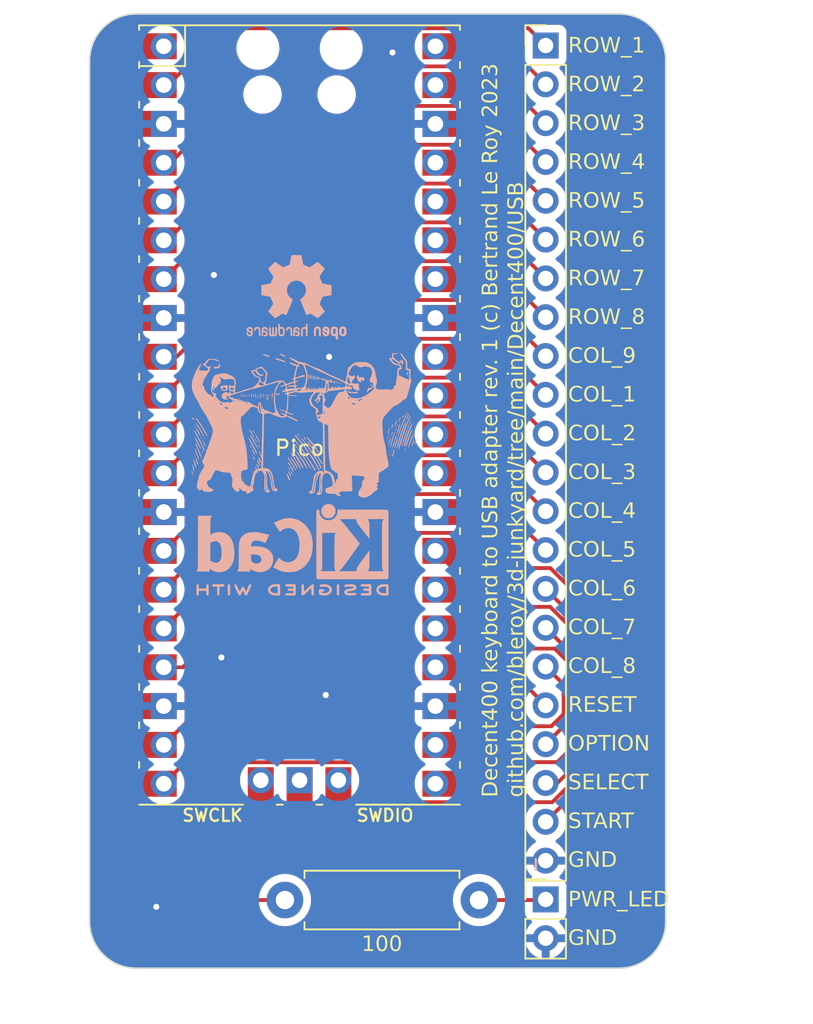
<source format=kicad_pcb>
(kicad_pcb (version 20240108) (generator "pcbnew") (generator_version "8.0")
  (title_block (title "Decent 400 to USB adapter") (date "2023-05-08") (rev "3") (company "Decent Consulting"))
  (layers (0 "F.Cu" signal) (31 "B.Cu" signal) (34 "B.Paste" user) (35 "F.Paste" user) (36 "B.SilkS" user "B.Silkscreen") (37 "F.SilkS" user "F.Silkscreen") (38 "B.Mask" user) (39 "F.Mask" user) (44 "Edge.Cuts" user))
  (net 0 "")
  (net 1 "PWR_LED")
  (net 2 "GND")
  (net 3 "COL_2")
  (net 4 "ROW_7")
  (net 5 "ROW_8")
  (net 6 "ROW_5")
  (net 7 "COL_3")
  (net 8 "COL_4")
  (net 9 "COL_5")
  (net 10 "COL_6")
  (net 11 "ROW_3")
  (net 12 "ROW_1")
  (net 13 "ROW_2")
  (net 14 "ROW_4")
  (net 15 "COL_8")
  (net 16 "COL_7")
  (net 17 "ROW_6")
  (net 18 "COL_1")
  (net 19 "COL_9")
  (net 20 "START")
  (net 21 "SELECT")
  (net 22 "OPTION")
  (net 23 "RESET")
  (net 48 "Net-(U1-GPIO0)")
  (footprint "Connector_PinHeader_2.54mm:PinHeader_1x22_P2.54mm_Vertical" (layer "F.Cu") (at 47.145 17.965)
    (property "Reference" "J1" (hide yes))
    (property "Value" "Conn_01x22" (hide yes))
    (pad "1" thru_hole rect (at 0 0) (size 1.7 1.7) (drill 1) (layers "*.Cu" "*.Mask") (net 12 "ROW_1"))
    (pad "2" thru_hole oval (at 0 2.54) (size 1.7 1.7) (drill 1) (layers "*.Cu" "*.Mask") (net 13 "ROW_2"))
    (pad "3" thru_hole oval (at 0 5.08) (size 1.7 1.7) (drill 1) (layers "*.Cu" "*.Mask") (net 11 "ROW_3"))
    (pad "4" thru_hole oval (at 0 7.62) (size 1.7 1.7) (drill 1) (layers "*.Cu" "*.Mask") (net 14 "ROW_4"))
    (pad "5" thru_hole oval (at 0 10.16) (size 1.7 1.7) (drill 1) (layers "*.Cu" "*.Mask") (net 6 "ROW_5"))
    (pad "6" thru_hole oval (at 0 12.7) (size 1.7 1.7) (drill 1) (layers "*.Cu" "*.Mask") (net 17 "ROW_6"))
    (pad "7" thru_hole oval (at 0 15.24) (size 1.7 1.7) (drill 1) (layers "*.Cu" "*.Mask") (net 4 "ROW_7"))
    (pad "8" thru_hole oval (at 0 17.78) (size 1.7 1.7) (drill 1) (layers "*.Cu" "*.Mask") (net 5 "ROW_8"))
    (pad "9" thru_hole oval (at 0 20.32) (size 1.7 1.7) (drill 1) (layers "*.Cu" "*.Mask") (net 19 "COL_9"))
    (pad "10" thru_hole oval (at 0 22.86) (size 1.7 1.7) (drill 1) (layers "*.Cu" "*.Mask") (net 18 "COL_1"))
    (pad "11" thru_hole oval (at 0 25.4) (size 1.7 1.7) (drill 1) (layers "*.Cu" "*.Mask") (net 3 "COL_2"))
    (pad "12" thru_hole oval (at 0 27.94) (size 1.7 1.7) (drill 1) (layers "*.Cu" "*.Mask") (net 7 "COL_3"))
    (pad "13" thru_hole oval (at 0 30.48) (size 1.7 1.7) (drill 1) (layers "*.Cu" "*.Mask") (net 8 "COL_4"))
    (pad "14" thru_hole oval (at 0 33.02) (size 1.7 1.7) (drill 1) (layers "*.Cu" "*.Mask") (net 9 "COL_5"))
    (pad "15" thru_hole oval (at 0 35.56) (size 1.7 1.7) (drill 1) (layers "*.Cu" "*.Mask") (net 10 "COL_6"))
    (pad "16" thru_hole oval (at 0 38.1) (size 1.7 1.7) (drill 1) (layers "*.Cu" "*.Mask") (net 16 "COL_7"))
    (pad "17" thru_hole oval (at 0 40.64) (size 1.7 1.7) (drill 1) (layers "*.Cu" "*.Mask") (net 15 "COL_8"))
    (pad "18" thru_hole oval (at 0 43.18) (size 1.7 1.7) (drill 1) (layers "*.Cu" "*.Mask") (net 23 "RESET"))
    (pad "19" thru_hole oval (at 0 45.72) (size 1.7 1.7) (drill 1) (layers "*.Cu" "*.Mask") (net 22 "OPTION"))
    (pad "20" thru_hole oval (at 0 48.26) (size 1.7 1.7) (drill 1) (layers "*.Cu" "*.Mask") (net 21 "SELECT"))
    (pad "21" thru_hole oval (at 0 50.8) (size 1.7 1.7) (drill 1) (layers "*.Cu" "*.Mask") (net 20 "START"))
    (pad "22" thru_hole oval (at 0 53.34) (size 1.7 1.7) (drill 1) (layers "*.Cu" "*.Mask") (net 2 "GND"))
  )
  (footprint "MCU_RaspberryPi_and_Boards:RPi_Pico_SMD_TH" (layer "F.Cu") (at 31.037 42.143)
    (property "Reference" "U1")
    (property "Value" "Pico" (at 0 2.159 0) (layer "F.SilkS"))
    (fp_text user "SELECT" (at 17.573 24.079381 0) (layer "F.SilkS") (effects (justify left)))
    (fp_text user "ROW_8" (at 17.573 -6.372047 0) (layer "F.SilkS") (effects (justify left)))
    (fp_text user "SWCLK" (at -5.7 26.2 0) (layer "F.SilkS") (effects (font (size 0.8 0.8))))
    (fp_text user "ROW_4" (at 17.573 -16.522523 0) (layer "F.SilkS") (effects (justify left)))
    (fp_text user "SWDIO" (at 5.6 26.2 0) (layer "F.SilkS") (effects (font (size 0.8 0.8))))
    (fp_text user "ROW_6" (at 17.573 -11.447285 0) (layer "F.SilkS") (effects (justify left)))
    (fp_text user "ROW_3" (at 17.573 -19.060142 0) (layer "F.SilkS") (effects (justify left)))
    (fp_text user "COL_4" (at 17.573 6.316048 0) (layer "F.SilkS") (effects (justify left)))
    (fp_text user "GND" (at 17.573 29.15462 0) (layer "F.SilkS") (effects (justify left)))
    (fp_text user "ROW_2" (at 17.573 -21.597761 0) (layer "F.SilkS") (effects (justify left)))
    (fp_text user "COL_8" (at 17.573 16.466524 0) (layer "F.SilkS") (effects (justify left)))
    (fp_text user "COL_1" (at 17.573 -1.296809 0) (layer "F.SilkS") (effects (justify left)))
    (fp_text user "COL_9" (at 17.573 -3.834428 0) (layer "F.SilkS") (effects (justify left)))
    (fp_text user "RESET" (at 17.573 19.004143 0) (layer "F.SilkS") (effects (justify left)))
    (fp_text user "COL_2" (at 17.573 1.24081 0) (layer "F.SilkS") (effects (justify left)))
    (fp_text user "START" (at 17.573 26.617 0) (layer "F.SilkS") (effects (justify left)))
    (fp_text user "ROW_5" (at 17.573 -13.984904 0) (layer "F.SilkS") (effects (justify left)))
    (fp_text user "COL_5" (at 17.573 8.853667 0) (layer "F.SilkS") (effects (justify left)))
    (fp_text user "COL_6" (at 17.573 11.391286 0) (layer "F.SilkS") (effects (justify left)))
    (fp_text user "COL_3" (at 17.573 3.778429 0) (layer "F.SilkS") (effects (justify left)))
    (fp_text user "ROW_1" (at 17.573 -24.13538 0) (layer "F.SilkS") (effects (justify left)))
    (fp_text user "ROW_7" (at 17.573 -8.909666 0) (layer "F.SilkS") (effects (justify left)))
    (fp_text user "OPTION" (at 17.573 21.541762 0) (layer "F.SilkS") (effects (justify left)))
    (fp_text user "PWR_LED" (at 17.573 31.742 0) (layer "F.SilkS") (effects (justify left)))
    (fp_text user "GND" (at 17.573 34.262 0) (layer "F.SilkS") (effects (justify left)))
    (fp_text user "COL_7" (at 17.573 13.928905 0) (layer "F.SilkS") (effects (justify left)))
    (pad "" np_thru_hole oval (at -2.725 -24) (size 1.8 1.8) (drill 1.8) (layers "*.Cu" "*.Mask"))
    (pad "" np_thru_hole oval (at -2.425 -20.97) (size 1.5 1.5) (drill 1.5) (layers "*.Cu" "*.Mask"))
    (pad "" np_thru_hole oval (at 2.425 -20.97) (size 1.5 1.5) (drill 1.5) (layers "*.Cu" "*.Mask"))
    (pad "" np_thru_hole oval (at 2.725 -24) (size 1.8 1.8) (drill 1.8) (layers "*.Cu" "*.Mask"))
    (pad "1" thru_hole oval (at -8.89 -24.13) (size 1.7 1.7) (drill 1.02) (layers "*.Cu" "*.Mask") (net 48 "Net-(U1-GPIO0)"))
    (pad "1" smd rect (at -8.89 -24.13) (size 3.5 1.7) (drill (offset -0.9 0)) (layers "F.Cu" "F.Mask") (net 48 "Net-(U1-GPIO0)"))
    (pad "2" thru_hole oval (at -8.89 -21.59) (size 1.7 1.7) (drill 1.02) (layers "*.Cu" "*.Mask") (net 12 "ROW_1"))
    (pad "2" smd rect (at -8.89 -21.59) (size 3.5 1.7) (drill (offset -0.9 0)) (layers "F.Cu" "F.Mask") (net 12 "ROW_1"))
    (pad "3" thru_hole rect (at -8.89 -19.05) (size 1.7 1.7) (drill 1.02) (layers "*.Cu" "*.Mask") (net 2 "GND"))
    (pad "3" smd rect (at -8.89 -19.05) (size 3.5 1.7) (drill (offset -0.9 0)) (layers "F.Cu" "F.Mask") (net 2 "GND"))
    (pad "4" thru_hole oval (at -8.89 -16.51) (size 1.7 1.7) (drill 1.02) (layers "*.Cu" "*.Mask") (net 13 "ROW_2"))
    (pad "4" smd rect (at -8.89 -16.51) (size 3.5 1.7) (drill (offset -0.9 0)) (layers "F.Cu" "F.Mask") (net 13 "ROW_2"))
    (pad "5" thru_hole oval (at -8.89 -13.97) (size 1.7 1.7) (drill 1.02) (layers "*.Cu" "*.Mask") (net 11 "ROW_3"))
    (pad "5" smd rect (at -8.89 -13.97) (size 3.5 1.7) (drill (offset -0.9 0)) (layers "F.Cu" "F.Mask") (net 11 "ROW_3"))
    (pad "6" thru_hole oval (at -8.89 -11.43) (size 1.7 1.7) (drill 1.02) (layers "*.Cu" "*.Mask") (net 14 "ROW_4"))
    (pad "6" smd rect (at -8.89 -11.43) (size 3.5 1.7) (drill (offset -0.9 0)) (layers "F.Cu" "F.Mask") (net 14 "ROW_4"))
    (pad "7" thru_hole oval (at -8.89 -8.89) (size 1.7 1.7) (drill 1.02) (layers "*.Cu" "*.Mask") (net 6 "ROW_5"))
    (pad "7" smd rect (at -8.89 -8.89) (size 3.5 1.7) (drill (offset -0.9 0)) (layers "F.Cu" "F.Mask") (net 6 "ROW_5"))
    (pad "8" thru_hole rect (at -8.89 -6.35) (size 1.7 1.7) (drill 1.02) (layers "*.Cu" "*.Mask") (net 2 "GND"))
    (pad "8" smd rect (at -8.89 -6.35) (size 3.5 1.7) (drill (offset -0.9 0)) (layers "F.Cu" "F.Mask") (net 2 "GND"))
    (pad "9" thru_hole oval (at -8.89 -3.81) (size 1.7 1.7) (drill 1.02) (layers "*.Cu" "*.Mask") (net 17 "ROW_6"))
    (pad "9" smd rect (at -8.89 -3.81) (size 3.5 1.7) (drill (offset -0.9 0)) (layers "F.Cu" "F.Mask") (net 17 "ROW_6"))
    (pad "10" thru_hole oval (at -8.89 -1.27) (size 1.7 1.7) (drill 1.02) (layers "*.Cu" "*.Mask") (net 4 "ROW_7"))
    (pad "10" smd rect (at -8.89 -1.27) (size 3.5 1.7) (drill (offset -0.9 0)) (layers "F.Cu" "F.Mask") (net 4 "ROW_7"))
    (pad "11" thru_hole oval (at -8.89 1.27) (size 1.7 1.7) (drill 1.02) (layers "*.Cu" "*.Mask") (net 5 "ROW_8"))
    (pad "11" smd rect (at -8.89 1.27) (size 3.5 1.7) (drill (offset -0.9 0)) (layers "F.Cu" "F.Mask") (net 5 "ROW_8"))
    (pad "12" thru_hole oval (at -8.89 3.81) (size 1.7 1.7) (drill 1.02) (layers "*.Cu" "*.Mask") (net 19 "COL_9"))
    (pad "12" smd rect (at -8.89 3.81) (size 3.5 1.7) (drill (offset -0.9 0)) (layers "F.Cu" "F.Mask") (net 19 "COL_9"))
    (pad "13" thru_hole rect (at -8.89 6.35) (size 1.7 1.7) (drill 1.02) (layers "*.Cu" "*.Mask") (net 2 "GND"))
    (pad "13" smd rect (at -8.89 6.35) (size 3.5 1.7) (drill (offset -0.9 0)) (layers "F.Cu" "F.Mask") (net 2 "GND"))
    (pad "14" thru_hole oval (at -8.89 8.89) (size 1.7 1.7) (drill 1.02) (layers "*.Cu" "*.Mask") (net 18 "COL_1"))
    (pad "14" smd rect (at -8.89 8.89) (size 3.5 1.7) (drill (offset -0.9 0)) (layers "F.Cu" "F.Mask") (net 18 "COL_1"))
    (pad "15" thru_hole oval (at -8.89 11.43) (size 1.7 1.7) (drill 1.02) (layers "*.Cu" "*.Mask") (net 3 "COL_2"))
    (pad "15" smd rect (at -8.89 11.43) (size 3.5 1.7) (drill (offset -0.9 0)) (layers "F.Cu" "F.Mask") (net 3 "COL_2"))
    (pad "16" thru_hole oval (at -8.89 13.97) (size 1.7 1.7) (drill 1.02) (layers "*.Cu" "*.Mask") (net 7 "COL_3"))
    (pad "16" smd rect (at -8.89 13.97) (size 3.5 1.7) (drill (offset -0.9 0)) (layers "F.Cu" "F.Mask") (net 7 "COL_3"))
    (pad "17" thru_hole oval (at -8.89 16.51) (size 1.7 1.7) (drill 1.02) (layers "*.Cu" "*.Mask") (net 8 "COL_4"))
    (pad "17" smd rect (at -8.89 16.51) (size 3.5 1.7) (drill (offset -0.9 0)) (layers "F.Cu" "F.Mask") (net 8 "COL_4"))
    (pad "18" thru_hole rect (at -8.89 19.05) (size 1.7 1.7) (drill 1.02) (layers "*.Cu" "*.Mask") (net 2 "GND"))
    (pad "18" smd rect (at -8.89 19.05) (size 3.5 1.7) (drill (offset -0.9 0)) (layers "F.Cu" "F.Mask") (net 2 "GND"))
    (pad "19" thru_hole oval (at -8.89 21.59) (size 1.7 1.7) (drill 1.02) (layers "*.Cu" "*.Mask") (net 9 "COL_5"))
    (pad "19" smd rect (at -8.89 21.59) (size 3.5 1.7) (drill (offset -0.9 0)) (layers "F.Cu" "F.Mask") (net 9 "COL_5"))
    (pad "20" thru_hole oval (at -8.89 24.13) (size 1.7 1.7) (drill 1.02) (layers "*.Cu" "*.Mask") (net 10 "COL_6"))
    (pad "20" smd rect (at -8.89 24.13) (size 3.5 1.7) (drill (offset -0.9 0)) (layers "F.Cu" "F.Mask") (net 10 "COL_6"))
    (pad "21" thru_hole oval (at 8.89 24.13) (size 1.7 1.7) (drill 1.02) (layers "*.Cu" "*.Mask") (net 16 "COL_7"))
    (pad "21" smd rect (at 8.89 24.13) (size 3.5 1.7) (drill (offset 0.9 0)) (layers "F.Cu" "F.Mask") (net 16 "COL_7"))
    (pad "22" thru_hole oval (at 8.89 21.59) (size 1.7 1.7) (drill 1.02) (layers "*.Cu" "*.Mask") (net 15 "COL_8"))
    (pad "22" smd rect (at 8.89 21.59) (size 3.5 1.7) (drill (offset 0.9 0)) (layers "F.Cu" "F.Mask") (net 15 "COL_8"))
    (pad "23" thru_hole rect (at 8.89 19.05) (size 1.7 1.7) (drill 1.02) (layers "*.Cu" "*.Mask") (net 2 "GND"))
    (pad "23" smd rect (at 8.89 19.05) (size 3.5 1.7) (drill (offset 0.9 0)) (layers "F.Cu" "F.Mask") (net 2 "GND"))
    (pad "24" thru_hole oval (at 8.89 16.51) (size 1.7 1.7) (drill 1.02) (layers "*.Cu" "*.Mask") (net 23 "RESET"))
    (pad "24" smd rect (at 8.89 16.51) (size 3.5 1.7) (drill (offset 0.9 0)) (layers "F.Cu" "F.Mask") (net 23 "RESET"))
    (pad "25" thru_hole oval (at 8.89 13.97) (size 1.7 1.7) (drill 1.02) (layers "*.Cu" "*.Mask") (net 22 "OPTION"))
    (pad "25" smd rect (at 8.89 13.97) (size 3.5 1.7) (drill (offset 0.9 0)) (layers "F.Cu" "F.Mask") (net 22 "OPTION"))
    (pad "26" thru_hole oval (at 8.89 11.43) (size 1.7 1.7) (drill 1.02) (layers "*.Cu" "*.Mask") (net 21 "SELECT"))
    (pad "26" smd rect (at 8.89 11.43) (size 3.5 1.7) (drill (offset 0.9 0)) (layers "F.Cu" "F.Mask") (net 21 "SELECT"))
    (pad "27" thru_hole oval (at 8.89 8.89) (size 1.7 1.7) (drill 1.02) (layers "*.Cu" "*.Mask") (net 20 "START"))
    (pad "27" smd rect (at 8.89 8.89) (size 3.5 1.7) (drill (offset 0.9 0)) (layers "F.Cu" "F.Mask") (net 20 "START"))
    (pad "28" thru_hole rect (at 8.89 6.35) (size 1.7 1.7) (drill 1.02) (layers "*.Cu" "*.Mask") (net 2 "GND"))
    (pad "28" smd rect (at 8.89 6.35) (size 3.5 1.7) (drill (offset 0.9 0)) (layers "F.Cu" "F.Mask") (net 2 "GND"))
    (pad "29" thru_hole oval (at 8.89 3.81) (size 1.7 1.7) (drill 1.02) (layers "*.Cu" "*.Mask"))
    (pad "29" smd rect (at 8.89 3.81) (size 3.5 1.7) (drill (offset 0.9 0)) (layers "F.Cu" "F.Mask"))
    (pad "30" thru_hole oval (at 8.89 1.27) (size 1.7 1.7) (drill 1.02) (layers "*.Cu" "*.Mask"))
    (pad "30" smd rect (at 8.89 1.27) (size 3.5 1.7) (drill (offset 0.9 0)) (layers "F.Cu" "F.Mask"))
    (pad "31" thru_hole oval (at 8.89 -1.27) (size 1.7 1.7) (drill 1.02) (layers "*.Cu" "*.Mask"))
    (pad "31" smd rect (at 8.89 -1.27) (size 3.5 1.7) (drill (offset 0.9 0)) (layers "F.Cu" "F.Mask"))
    (pad "32" thru_hole oval (at 8.89 -3.81) (size 1.7 1.7) (drill 1.02) (layers "*.Cu" "*.Mask"))
    (pad "32" smd rect (at 8.89 -3.81) (size 3.5 1.7) (drill (offset 0.9 0)) (layers "F.Cu" "F.Mask"))
    (pad "33" thru_hole rect (at 8.89 -6.35) (size 1.7 1.7) (drill 1.02) (layers "*.Cu" "*.Mask") (net 2 "GND"))
    (pad "33" smd rect (at 8.89 -6.35) (size 3.5 1.7) (drill (offset 0.9 0)) (layers "F.Cu" "F.Mask") (net 2 "GND"))
    (pad "34" thru_hole oval (at 8.89 -8.89) (size 1.7 1.7) (drill 1.02) (layers "*.Cu" "*.Mask"))
    (pad "34" smd rect (at 8.89 -8.89) (size 3.5 1.7) (drill (offset 0.9 0)) (layers "F.Cu" "F.Mask"))
    (pad "35" thru_hole oval (at 8.89 -11.43) (size 1.7 1.7) (drill 1.02) (layers "*.Cu" "*.Mask"))
    (pad "35" smd rect (at 8.89 -11.43) (size 3.5 1.7) (drill (offset 0.9 0)) (layers "F.Cu" "F.Mask"))
    (pad "36" thru_hole oval (at 8.89 -13.97) (size 1.7 1.7) (drill 1.02) (layers "*.Cu" "*.Mask"))
    (pad "36" smd rect (at 8.89 -13.97) (size 3.5 1.7) (drill (offset 0.9 0)) (layers "F.Cu" "F.Mask"))
    (pad "37" thru_hole oval (at 8.89 -16.51) (size 1.7 1.7) (drill 1.02) (layers "*.Cu" "*.Mask"))
    (pad "37" smd rect (at 8.89 -16.51) (size 3.5 1.7) (drill (offset 0.9 0)) (layers "F.Cu" "F.Mask"))
    (pad "38" thru_hole rect (at 8.89 -19.05) (size 1.7 1.7) (drill 1.02) (layers "*.Cu" "*.Mask") (net 2 "GND"))
    (pad "38" smd rect (at 8.89 -19.05) (size 3.5 1.7) (drill (offset 0.9 0)) (layers "F.Cu" "F.Mask") (net 2 "GND"))
    (pad "39" thru_hole oval (at 8.89 -21.59) (size 1.7 1.7) (drill 1.02) (layers "*.Cu" "*.Mask"))
    (pad "39" smd rect (at 8.89 -21.59) (size 3.5 1.7) (drill (offset 0.9 0)) (layers "F.Cu" "F.Mask"))
    (pad "40" thru_hole oval (at 8.89 -24.13) (size 1.7 1.7) (drill 1.02) (layers "*.Cu" "*.Mask"))
    (pad "40" smd rect (at 8.89 -24.13) (size 3.5 1.7) (drill (offset 0.9 0)) (layers "F.Cu" "F.Mask"))
    (pad "41" thru_hole oval (at -2.54 23.9) (size 1.7 1.7) (drill 1.02) (layers "*.Cu" "*.Mask"))
    (pad "41" smd rect (at -2.54 23.9 90) (size 3.5 1.7) (drill (offset -0.9 0)) (layers "F.Cu" "F.Mask"))
    (pad "42" thru_hole rect (at 0 23.9) (size 1.7 1.7) (drill 1.02) (layers "*.Cu" "*.Mask"))
    (pad "42" smd rect (at 0 23.9 90) (size 3.5 1.7) (drill (offset -0.9 0)) (layers "F.Cu" "F.Mask"))
    (pad "43" thru_hole oval (at 2.54 23.9) (size 1.7 1.7) (drill 1.02) (layers "*.Cu" "*.Mask"))
    (pad "43" smd rect (at 2.54 23.9 90) (size 3.5 1.7) (drill (offset -0.9 0)) (layers "F.Cu" "F.Mask"))
  )
  (footprint "Connector_PinHeader_2.54mm:PinHeader_1x02_P2.54mm_Vertical" (layer "F.Cu") (at 47.145 73.845)
    (property "Reference" "J2" (hide yes))
    (property "Value" "Conn_01x02_Pin" (hide yes))
    (pad "1" thru_hole rect (at 0 0) (size 1.7 1.7) (drill 1) (layers "*.Cu" "*.Mask") (net 1 "PWR_LED"))
    (pad "2" thru_hole oval (at 0 2.54) (size 1.7 1.7) (drill 1) (layers "*.Cu" "*.Mask") (net 2 "GND"))
  )
  (footprint "Resistor_THT:R_Axial_DIN0411_L9.9mm_D3.6mm_P12.70mm_Horizontal" (layer "F.Cu") (at 30.08 73.885)
    (property "Reference" "R1" (hide yes))
    (property "Value" "100" (at 6.35 2.92 0) (layer "F.SilkS"))
    (pad "1" thru_hole circle (at 0 0) (size 2.4 2.4) (drill 1.2) (layers "*.Cu" "*.Mask") (net 48 "Net-(U1-GPIO0)"))
    (pad "2" thru_hole oval (at 12.7 0) (size 2.4 2.4) (drill 1.2) (layers "*.Cu" "*.Mask") (net 1 "PWR_LED"))
  )
  (footprint "Symbol:OSHW-Logo2_7.3x6mm_SilkScreen" (layer "B.Cu") (at 30.834 34.44 180)
    (property "Reference" "REF**" (hide yes))
    (property "Value" "OSHW-Logo2_7.3x6mm_SilkScreen" (hide yes))
  )
  (footprint "Symbol:KiCad-Logo2_5mm_SilkScreen" (layer "B.Cu") (at 30.58 50.95 180)
    (property "Reference" "REF**" (hide yes))
    (property "Value" "KiCad-Logo2_5mm_SilkScreen" (hide yes))
  )
  (footprint "LOGO" (layer "B.Cu") (at 31.232011 41.927442 180)
    (property "Reference" "G***" (hide yes))
    (property "Value" "LOGO" (hide yes))
  )
  (gr_line (start 46.5 71.9) (end 46.5 71.2) (stroke (width 0.15)) (layer "B.SilkS"))
  (gr_arc (start 17.3 18.948) (mid 18.192739 16.792739) (end 20.348 15.9) (stroke (width 0.1)) (layer "Edge.Cuts"))
  (gr_arc (start 20.348 78.343) (mid 18.192739 77.450261) (end 17.3 75.295) (stroke (width 0.1)) (layer "Edge.Cuts"))
  (gr_line (start 20.348 15.9) (end 51.952 15.9) (stroke (width 0.1)) (layer "Edge.Cuts"))
  (gr_line (start 17.3 75.295) (end 17.3 18.948) (stroke (width 0.1)) (layer "Edge.Cuts"))
  (gr_line (start 55 18.948) (end 55 75.295) (stroke (width 0.1)) (layer "Edge.Cuts"))
  (gr_arc (start 51.952 15.9) (mid 54.107261 16.792739) (end 55 18.948) (stroke (width 0.1)) (layer "Edge.Cuts"))
  (gr_line (start 51.952 78.343) (end 20.348 78.343) (stroke (width 0.1)) (layer "Edge.Cuts"))
  (gr_arc (start 55 75.295) (mid 54.107261 77.450261) (end 51.952 78.343) (stroke (width 0.1)) (layer "Edge.Cuts"))
  (gr_text "Decent400 keyboard to USB adapter rev. 1 (c) Bertrand Le Roy 2023\ngithub.com/bleroy/3d-junkyard/tree/main/Decent400/USB" (at 44.4 67.17 90) (layer "F.SilkS") (effects (font (size 1 1)) (justify left)))
  (segment (start 42.78 73.885) (end 47.105 73.885) (width 0.25) (layer "F.Cu") (net 1))
  (segment (start 47.105 73.885) (end 47.145 73.845) (width 0.25) (layer "F.Cu") (net 1))
  (via (at 25.43 32.98) (size 0.8) (drill 0.4) (layers "F.Cu" "B.Cu") (net 2))
  (via (at 32.97 38.34) (size 0.8) (drill 0.4) (layers "F.Cu" "B.Cu") (net 2))
  (via (at 21.66 74.33) (size 0.8) (drill 0.4) (layers "F.Cu" "B.Cu") (net 2))
  (via (at 32.75 60.47) (size 0.8) (drill 0.4) (layers "F.Cu" "B.Cu") (net 2))
  (via (at 37.12 18.42) (size 0.8) (drill 0.4) (layers "F.Cu" "B.Cu") (net 2))
  (via (at 25.92 58.01) (size 0.8) (drill 0.4) (layers "F.Cu" "B.Cu") (net 2))
  (segment (start 46.018 42.238) (end 47.145 43.365) (width 0.25) (layer "F.Cu") (net 3))
  (segment (start 22.147 53.573) (end 33.482 42.238) (width 0.25) (layer "F.Cu") (net 3))
  (segment (start 33.482 42.238) (end 46.018 42.238) (width 0.25) (layer "F.Cu") (net 3))
  (segment (start 22.147 40.873) (end 30.942 32.078) (width 0.25) (layer "F.Cu") (net 4))
  (segment (start 46.018 32.078) (end 47.145 33.205) (width 0.25) (layer "F.Cu") (net 4))
  (segment (start 30.942 32.078) (end 46.018 32.078) (width 0.25) (layer "F.Cu") (net 4))
  (segment (start 22.147 43.413) (end 30.942 34.618) (width 0.25) (layer "F.Cu") (net 5))
  (segment (start 30.942 34.618) (end 46.018 34.618) (width 0.25) (layer "F.Cu") (net 5))
  (segment (start 46.018 34.618) (end 47.145 35.745) (width 0.25) (layer "F.Cu") (net 5))
  (segment (start 46.018 26.998) (end 47.145 28.125) (width 0.25) (layer "F.Cu") (net 6))
  (segment (start 28.402 26.998) (end 46.018 26.998) (width 0.25) (layer "F.Cu") (net 6))
  (segment (start 22.147 33.253) (end 28.402 26.998) (width 0.25) (layer "F.Cu") (net 6))
  (segment (start 22.147 56.113) (end 33.482 44.778) (width 0.25) (layer "F.Cu") (net 7))
  (segment (start 46.018 44.778) (end 47.145 45.905) (width 0.25) (layer "F.Cu") (net 7))
  (segment (start 33.482 44.778) (end 46.018 44.778) (width 0.25) (layer "F.Cu") (net 7))
  (segment (start 22.147 58.653) (end 23.397 58.653) (width 0.25) (layer "F.Cu") (net 8))
  (segment (start 46.018 47.318) (end 47.145 48.445) (width 0.25) (layer "F.Cu") (net 8))
  (segment (start 34.732 47.318) (end 46.018 47.318) (width 0.25) (layer "F.Cu") (net 8))
  (segment (start 23.397 58.653) (end 34.732 47.318) (width 0.25) (layer "F.Cu") (net 8))
  (segment (start 22.147 63.733) (end 36.022 49.858) (width 0.25) (layer "F.Cu") (net 9))
  (segment (start 36.022 49.858) (end 46.018 49.858) (width 0.25) (layer "F.Cu") (net 9))
  (segment (start 46.018 49.858) (end 47.145 50.985) (width 0.25) (layer "F.Cu") (net 9))
  (segment (start 50.17 56.55) (end 50.17 64.89) (width 0.25) (layer "F.Cu") (net 10))
  (segment (start 47.58 67.48) (end 37.36 67.48) (width 0.25) (layer "F.Cu") (net 10))
  (segment (start 23.552 64.868) (end 22.147 66.273) (width 0.25) (layer "F.Cu") (net 10))
  (segment (start 50.17 64.89) (end 47.58 67.48) (width 0.25) (layer "F.Cu") (net 10))
  (segment (start 34.748 64.868) (end 23.552 64.868) (width 0.25) (layer "F.Cu") (net 10))
  (segment (start 47.145 53.525) (end 50.17 56.55) (width 0.25) (layer "F.Cu") (net 10))
  (segment (start 37.36 67.48) (end 34.748 64.868) (width 0.25) (layer "F.Cu") (net 10))
  (segment (start 22.147 28.173) (end 26.312 24.008) (width 0.25) (layer "F.Cu") (net 11))
  (segment (start 36.314 24.008) (end 38.404 21.918) (width 0.25) (layer "F.Cu") (net 11))
  (segment (start 26.312 24.008) (end 36.314 24.008) (width 0.25) (layer "F.Cu") (net 11))
  (segment (start 46.018 21.918) (end 47.145 23.045) (width 0.25) (layer "F.Cu") (net 11))
  (segment (start 38.404 21.918) (end 46.018 21.918) (width 0.25) (layer "F.Cu") (net 11))
  (segment (start 26.142 16.838) (end 46.018 16.838) (width 0.25) (layer "F.Cu") (net 12))
  (segment (start 46.018 16.838) (end 47.145 17.965) (width 0.25) (layer "F.Cu") (net 12))
  (segment (start 22.427 20.553) (end 26.142 16.838) (width 0.25) (layer "F.Cu") (net 12))
  (segment (start 38.8 19.33) (end 45.97 19.33) (width 0.25) (layer "F.Cu") (net 13))
  (segment (start 34.572 23.558) (end 38.8 19.33) (width 0.25) (layer "F.Cu") (net 13))
  (segment (start 22.587 25.633) (end 24.662 23.558) (width 0.25) (layer "F.Cu") (net 13))
  (segment (start 45.97 19.33) (end 47.145 20.505) (width 0.25) (layer "F.Cu") (net 13))
  (segment (start 24.662 23.558) (end 34.572 23.558) (width 0.25) (layer "F.Cu") (net 13))
  (segment (start 46.018 24.458) (end 47.145 25.585) (width 0.25) (layer "F.Cu") (net 14))
  (segment (start 28.632 24.458) (end 46.018 24.458) (width 0.25) (layer "F.Cu") (net 14))
  (segment (start 22.377 30.713) (end 28.632 24.458) (width 0.25) (layer "F.Cu") (net 14))
  (segment (start 39.927 63.733) (end 44.657 63.733) (width 0.25) (layer "F.Cu") (net 15))
  (segment (start 47.52 62.51) (end 48.32 61.71) (width 0.25) (layer "F.Cu") (net 15))
  (segment (start 45.88 62.51) (end 47.52 62.51) (width 0.25) (layer "F.Cu") (net 15))
  (segment (start 48.32 59.78) (end 47.145 58.605) (width 0.25) (layer "F.Cu") (net 15))
  (segment (start 48.32 61.71) (end 48.32 59.78) (width 0.25) (layer "F.Cu") (net 15))
  (segment (start 44.657 63.733) (end 45.88 62.51) (width 0.25) (layer "F.Cu") (net 15))
  (segment (start 49.27 63.5) (end 49.27 58.19) (width 0.25) (layer "F.Cu") (net 16))
  (segment (start 47.91 64.86) (end 49.27 63.5) (width 0.25) (layer "F.Cu") (net 16))
  (segment (start 49.27 58.19) (end 47.145 56.065) (width 0.25) (layer "F.Cu") (net 16))
  (segment (start 43.53 64.86) (end 47.91 64.86) (width 0.25) (layer "F.Cu") (net 16))
  (segment (start 42.117 66.273) (end 43.53 64.86) (width 0.25) (layer "F.Cu") (net 16))
  (segment (start 46.018 29.538) (end 47.145 30.665) (width 0.25) (layer "F.Cu") (net 17))
  (segment (start 22.147 38.333) (end 22.997 38.333) (width 0.25) (layer "F.Cu") (net 17))
  (segment (start 31.792 29.538) (end 46.018 29.538) (width 0.25) (layer "F.Cu") (net 17))
  (segment (start 22.997 38.333) (end 31.792 29.538) (width 0.25) (layer "F.Cu") (net 17))
  (segment (start 22.147 51.033) (end 33.482 39.698) (width 0.25) (layer "F.Cu") (net 18))
  (segment (start 46.018 39.698) (end 47.145 40.825) (width 0.25) (layer "F.Cu") (net 18))
  (segment (start 33.482 39.698) (end 46.018 39.698) (width 0.25) (layer "F.Cu") (net 18))
  (segment (start 30.942 37.158) (end 46.018 37.158) (width 0.25) (layer "F.Cu") (net 19))
  (segment (start 46.018 37.158) (end 47.145 38.285) (width 0.25) (layer "F.Cu") (net 19))
  (segment (start 22.147 45.953) (end 30.942 37.158) (width 0.25) (layer "F.Cu") (net 19))
  (segment (start 47.145 68.765) (end 50.62 65.29) (width 0.25) (layer "F.Cu") (net 20))
  (segment (start 47.45 52.16) (end 41.054 52.16) (width 0.25) (layer "F.Cu") (net 20))
  (segment (start 50.62 55.33) (end 47.45 52.16) (width 0.25) (layer "F.Cu") (net 20))
  (segment (start 50.62 65.29) (end 50.62 55.33) (width 0.25) (layer "F.Cu") (net 20))
  (segment (start 41.054 52.16) (end 39.927 51.033) (width 0.25) (layer "F.Cu") (net 20))
  (segment (start 39.927 53.573) (end 44.703 53.573) (width 0.25) (layer "F.Cu") (net 21))
  (segment (start 47.915 66.225) (end 47.145 66.225) (width 0.25) (layer "F.Cu") (net 21))
  (segment (start 44.703 53.573) (end 45.83 54.7) (width 0.25) (layer "F.Cu") (net 21))
  (segment (start 47.441701 54.7) (end 49.72 56.978299) (width 0.25) (layer "F.Cu") (net 21))
  (segment (start 49.72 64.42) (end 47.915 66.225) (width 0.25) (layer "F.Cu") (net 21))
  (segment (start 49.72 56.978299) (end 49.72 64.42) (width 0.25) (layer "F.Cu") (net 21))
  (segment (start 45.83 54.7) (end 47.441701 54.7) (width 0.25) (layer "F.Cu") (net 21))
  (segment (start 48.77 62.06) (end 47.145 63.685) (width 0.25) (layer "F.Cu") (net 22))
  (segment (start 47.74 57.43) (end 48.77 58.46) (width 0.25) (layer "F.Cu") (net 22))
  (segment (start 46.05 57.43) (end 47.74 57.43) (width 0.25) (layer "F.Cu") (net 22))
  (segment (start 44.733 56.113) (end 46.05 57.43) (width 0.25) (layer "F.Cu") (net 22))
  (segment (start 39.927 56.113) (end 44.733 56.113) (width 0.25) (layer "F.Cu") (net 22))
  (segment (start 48.77 58.46) (end 48.77 62.06) (width 0.25) (layer "F.Cu") (net 22))
  (segment (start 44.653 58.653) (end 47.145 61.145) (width 0.25) (layer "F.Cu") (net 23))
  (segment (start 39.927 58.653) (end 44.653 58.653) (width 0.25) (layer "F.Cu") (net 23))
  (segment (start 30.08 73.885) (end 25.455 73.885) (width 0.25) (layer "F.Cu") (net 48))
  (segment (start 19.172 19.378) (end 19.172 67.602) (width 0.25) (layer "F.Cu") (net 48))
  (segment (start 20.537 18.013) (end 19.172 19.378) (width 0.25) (layer "F.Cu") (net 48))
  (segment (start 25.455 73.885) (end 19.172 67.602) (width 0.25) (layer "F.Cu") (net 48))
  (zone (net 2) (net_name "GND") (layers "F&B.Cu") (connect_pads (clearance 0.508)) (min_thickness 0.254) (fill yes (thermal_gap 0.508) (thermal_bridge_width 0.508))
    (polygon (pts (xy 64.656 82) (xy 11.57 82) (xy 11.43 14.986) (xy 64.516 14.986)))
  )
)
</source>
